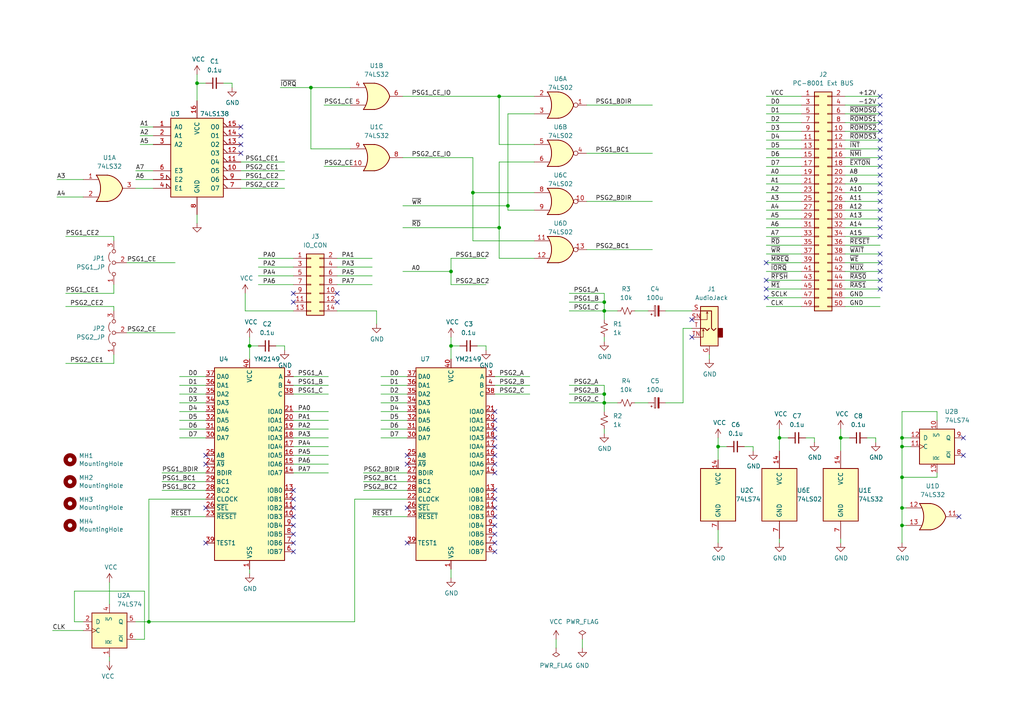
<source format=kicad_sch>
(kicad_sch (version 20230121) (generator eeschema)
  (paper "A4")
  (title_block (title "PSG Board for PC-8001") (date "2023-12-23") (rev "1") (company "KUNI-NET") (comment 1 "GSX8800風PC-8001用PSGボード"))
  (lib_symbols
    (symbol "74xx:74LS02" (pin_names (offset 1.016))
      (property "Reference" "U" (at 0 1.27 0))
      (property "Value" "74LS02" (at 0 -1.27 0))
      (symbol "74LS02_1_1"
        (pin output inverted (at 7.62 0 180) (length 3.81) (name "~") (number "1"))
        (pin input line (at -7.62 2.54 0) (length 4.318) (name "~") (number "2"))
        (pin input line (at -7.62 -2.54 0) (length 4.318) (name "~") (number "3"))
      )
      (symbol "74LS02_1_2"
        (pin output line (at 7.62 0 180) (length 3.81) (name "~") (number "1"))
        (pin input inverted (at -7.62 2.54 0) (length 3.81) (name "~") (number "2"))
        (pin input inverted (at -7.62 -2.54 0) (length 3.81) (name "~") (number "3"))
      )
      (symbol "74LS02_2_1"
        (pin output inverted (at 7.62 0 180) (length 3.81) (name "~") (number "4"))
        (pin input line (at -7.62 2.54 0) (length 4.318) (name "~") (number "5"))
        (pin input line (at -7.62 -2.54 0) (length 4.318) (name "~") (number "6"))
      )
      (symbol "74LS02_2_2"
        (pin output line (at 7.62 0 180) (length 3.81) (name "~") (number "4"))
        (pin input inverted (at -7.62 2.54 0) (length 3.81) (name "~") (number "5"))
        (pin input inverted (at -7.62 -2.54 0) (length 3.81) (name "~") (number "6"))
      )
      (symbol "74LS02_3_1"
        (pin output inverted (at 7.62 0 180) (length 3.81) (name "~") (number "10"))
        (pin input line (at -7.62 2.54 0) (length 4.318) (name "~") (number "8"))
        (pin input line (at -7.62 -2.54 0) (length 4.318) (name "~") (number "9"))
      )
      (symbol "74LS02_3_2"
        (pin output line (at 7.62 0 180) (length 3.81) (name "~") (number "10"))
        (pin input inverted (at -7.62 2.54 0) (length 3.81) (name "~") (number "8"))
        (pin input inverted (at -7.62 -2.54 0) (length 3.81) (name "~") (number "9"))
      )
      (symbol "74LS02_4_1"
        (pin input line (at -7.62 2.54 0) (length 4.318) (name "~") (number "11"))
        (pin input line (at -7.62 -2.54 0) (length 4.318) (name "~") (number "12"))
        (pin output inverted (at 7.62 0 180) (length 3.81) (name "~") (number "13"))
      )
      (symbol "74LS02_4_2"
        (pin input inverted (at -7.62 2.54 0) (length 3.81) (name "~") (number "11"))
        (pin input inverted (at -7.62 -2.54 0) (length 3.81) (name "~") (number "12"))
        (pin output line (at 7.62 0 180) (length 3.81) (name "~") (number "13"))
      )
      (symbol "74LS02_5_0"
        (pin power_in line (at 0 12.7 270) (length 5.08) (name "VCC") (number "14"))
        (pin power_in line (at 0 -12.7 90) (length 5.08) (name "GND") (number "7"))
      )
    )
    (symbol "74xx:74LS138" (pin_names (offset 1.016))
      (property "Reference" "U" (at -7.62 11.43 0))
      (property "Value" "74LS138" (at -7.62 -13.97 0))
      (symbol "74LS138_1_0"
        (pin input line (at -12.7 7.62 0) (length 5.08) (name "A0") (number "1"))
        (pin output output_low (at 12.7 -5.08 180) (length 5.08) (name "O5") (number "10"))
        (pin output output_low (at 12.7 -2.54 180) (length 5.08) (name "O4") (number "11"))
        (pin output output_low (at 12.7 0 180) (length 5.08) (name "O3") (number "12"))
        (pin output output_low (at 12.7 2.54 180) (length 5.08) (name "O2") (number "13"))
        (pin output output_low (at 12.7 5.08 180) (length 5.08) (name "O1") (number "14"))
        (pin output output_low (at 12.7 7.62 180) (length 5.08) (name "O0") (number "15"))
        (pin power_in line (at 0 15.24 270) (length 5.08) (name "VCC") (number "16"))
        (pin input line (at -12.7 5.08 0) (length 5.08) (name "A1") (number "2"))
        (pin input line (at -12.7 2.54 0) (length 5.08) (name "A2") (number "3"))
        (pin input input_low (at -12.7 -10.16 0) (length 5.08) (name "E1") (number "4"))
        (pin input input_low (at -12.7 -7.62 0) (length 5.08) (name "E2") (number "5"))
        (pin input line (at -12.7 -5.08 0) (length 5.08) (name "E3") (number "6"))
        (pin output output_low (at 12.7 -10.16 180) (length 5.08) (name "O7") (number "7"))
        (pin power_in line (at 0 -17.78 90) (length 5.08) (name "GND") (number "8"))
        (pin output output_low (at 12.7 -7.62 180) (length 5.08) (name "O6") (number "9"))
      )
    )
    (symbol "74xx:74LS32" (pin_names (offset 1.016))
      (property "Reference" "U" (at 0 1.27 0))
      (property "Value" "74LS32" (at 0 -1.27 0))
      (symbol "74LS32_1_1"
        (pin input line (at -7.62 2.54 0) (length 4.318) (name "~") (number "1"))
        (pin input line (at -7.62 -2.54 0) (length 4.318) (name "~") (number "2"))
        (pin output line (at 7.62 0 180) (length 3.81) (name "~") (number "3"))
      )
      (symbol "74LS32_1_2"
        (pin input inverted (at -7.62 2.54 0) (length 3.81) (name "~") (number "1"))
        (pin input inverted (at -7.62 -2.54 0) (length 3.81) (name "~") (number "2"))
        (pin output inverted (at 7.62 0 180) (length 3.81) (name "~") (number "3"))
      )
      (symbol "74LS32_2_1"
        (pin input line (at -7.62 2.54 0) (length 4.318) (name "~") (number "4"))
        (pin input line (at -7.62 -2.54 0) (length 4.318) (name "~") (number "5"))
        (pin output line (at 7.62 0 180) (length 3.81) (name "~") (number "6"))
      )
      (symbol "74LS32_2_2"
        (pin input inverted (at -7.62 2.54 0) (length 3.81) (name "~") (number "4"))
        (pin input inverted (at -7.62 -2.54 0) (length 3.81) (name "~") (number "5"))
        (pin output inverted (at 7.62 0 180) (length 3.81) (name "~") (number "6"))
      )
      (symbol "74LS32_3_1"
        (pin input line (at -7.62 -2.54 0) (length 4.318) (name "~") (number "10"))
        (pin output line (at 7.62 0 180) (length 3.81) (name "~") (number "8"))
        (pin input line (at -7.62 2.54 0) (length 4.318) (name "~") (number "9"))
      )
      (symbol "74LS32_3_2"
        (pin input inverted (at -7.62 -2.54 0) (length 3.81) (name "~") (number "10"))
        (pin output inverted (at 7.62 0 180) (length 3.81) (name "~") (number "8"))
        (pin input inverted (at -7.62 2.54 0) (length 3.81) (name "~") (number "9"))
      )
      (symbol "74LS32_4_1"
        (pin output line (at 7.62 0 180) (length 3.81) (name "~") (number "11"))
        (pin input line (at -7.62 2.54 0) (length 4.318) (name "~") (number "12"))
        (pin input line (at -7.62 -2.54 0) (length 4.318) (name "~") (number "13"))
      )
      (symbol "74LS32_4_2"
        (pin output inverted (at 7.62 0 180) (length 3.81) (name "~") (number "11"))
        (pin input inverted (at -7.62 2.54 0) (length 3.81) (name "~") (number "12"))
        (pin input inverted (at -7.62 -2.54 0) (length 3.81) (name "~") (number "13"))
      )
      (symbol "74LS32_5_0"
        (pin power_in line (at 0 12.7 270) (length 5.08) (name "VCC") (number "14"))
        (pin power_in line (at 0 -12.7 90) (length 5.08) (name "GND") (number "7"))
      )
    )
    (symbol "74xx:74LS74" (pin_names (offset 1.016))
      (property "Reference" "U" (at -7.62 8.89 0))
      (property "Value" "74LS74" (at -7.62 -8.89 0))
      (symbol "74LS74_1_0"
        (pin input line (at 0 -7.62 90) (length 2.54) (name "~{R}") (number "1"))
        (pin input line (at -7.62 2.54 0) (length 2.54) (name "D") (number "2"))
        (pin input clock (at -7.62 0 0) (length 2.54) (name "C") (number "3"))
        (pin input line (at 0 7.62 270) (length 2.54) (name "~{S}") (number "4"))
        (pin output line (at 7.62 2.54 180) (length 2.54) (name "Q") (number "5"))
        (pin output line (at 7.62 -2.54 180) (length 2.54) (name "~{Q}") (number "6"))
      )
      (symbol "74LS74_2_0"
        (pin input line (at 0 7.62 270) (length 2.54) (name "~{S}") (number "10"))
        (pin input clock (at -7.62 0 0) (length 2.54) (name "C") (number "11"))
        (pin input line (at -7.62 2.54 0) (length 2.54) (name "D") (number "12"))
        (pin input line (at 0 -7.62 90) (length 2.54) (name "~{R}") (number "13"))
        (pin output line (at 7.62 -2.54 180) (length 2.54) (name "~{Q}") (number "8"))
        (pin output line (at 7.62 2.54 180) (length 2.54) (name "Q") (number "9"))
      )
      (symbol "74LS74_3_0"
        (pin power_in line (at 0 10.16 270) (length 2.54) (name "VCC") (number "14"))
        (pin power_in line (at 0 -10.16 90) (length 2.54) (name "GND") (number "7"))
      )
    )
    (symbol "Audio:YM2149"
      (property "Reference" "U" (at -10.16 29.21 0))
      (property "Value" "YM2149" (at 3.81 29.21 0))
      (symbol "YM2149_1_1"
        (pin power_in line (at 0 -30.48 90) (length 2.54) (name "VSS") (number "1"))
        (pin bidirectional line (at 12.7 -15.24 180) (length 2.54) (name "IOB3") (number "10"))
        (pin bidirectional line (at 12.7 -12.7 180) (length 2.54) (name "IOB2") (number "11"))
        (pin bidirectional line (at 12.7 -10.16 180) (length 2.54) (name "IOB1") (number "12"))
        (pin bidirectional line (at 12.7 -7.62 180) (length 2.54) (name "IOB0") (number "13"))
        (pin bidirectional line (at 12.7 -2.54 180) (length 2.54) (name "IOA7") (number "14"))
        (pin bidirectional line (at 12.7 0 180) (length 2.54) (name "IOA6") (number "15"))
        (pin bidirectional line (at 12.7 2.54 180) (length 2.54) (name "IOA5") (number "16"))
        (pin bidirectional line (at 12.7 5.08 180) (length 2.54) (name "IOA4") (number "17"))
        (pin bidirectional line (at 12.7 7.62 180) (length 2.54) (name "IOA3") (number "18"))
        (pin bidirectional line (at 12.7 10.16 180) (length 2.54) (name "IOA2") (number "19"))
        (pin no_connect line (at -10.16 -17.78 0) (length 2.54) hide (name "NC") (number "2"))
        (pin bidirectional line (at 12.7 12.7 180) (length 2.54) (name "IOA1") (number "20"))
        (pin bidirectional line (at 12.7 15.24 180) (length 2.54) (name "IOA0") (number "21"))
        (pin input line (at -12.7 -10.16 0) (length 2.54) (name "CLOCK") (number "22"))
        (pin input line (at -12.7 -15.24 0) (length 2.54) (name "~{RESET}") (number "23"))
        (pin input line (at -12.7 0 0) (length 2.54) (name "~{A9}") (number "24"))
        (pin input line (at -12.7 2.54 0) (length 2.54) (name "A8") (number "25"))
        (pin input line (at -12.7 -12.7 0) (length 2.54) (name "~{SEL}") (number "26"))
        (pin input line (at -12.7 -2.54 0) (length 2.54) (name "BDIR") (number "27"))
        (pin input line (at -12.7 -7.62 0) (length 2.54) (name "BC2") (number "28"))
        (pin input line (at -12.7 -5.08 0) (length 2.54) (name "BC1") (number "29"))
        (pin output line (at 12.7 25.4 180) (length 2.54) (name "A") (number "3"))
        (pin bidirectional line (at -12.7 7.62 0) (length 2.54) (name "DA7") (number "30"))
        (pin bidirectional line (at -12.7 10.16 0) (length 2.54) (name "DA6") (number "31"))
        (pin bidirectional line (at -12.7 12.7 0) (length 2.54) (name "DA5") (number "32"))
        (pin bidirectional line (at -12.7 15.24 0) (length 2.54) (name "DA4") (number "33"))
        (pin bidirectional line (at -12.7 17.78 0) (length 2.54) (name "DA3") (number "34"))
        (pin bidirectional line (at -12.7 20.32 0) (length 2.54) (name "DA2") (number "35"))
        (pin bidirectional line (at -12.7 22.86 0) (length 2.54) (name "DA1") (number "36"))
        (pin bidirectional line (at -12.7 25.4 0) (length 2.54) (name "DA0") (number "37"))
        (pin output line (at 12.7 20.32 180) (length 2.54) (name "C") (number "38"))
        (pin passive line (at -12.7 -22.86 0) (length 2.54) (name "TEST1") (number "39"))
        (pin output line (at 12.7 22.86 180) (length 2.54) (name "B") (number "4"))
        (pin power_in line (at 0 30.48 270) (length 2.54) (name "VCC") (number "40"))
        (pin no_connect line (at -10.16 -20.32 0) (length 2.54) hide (name "NC") (number "5"))
        (pin bidirectional line (at 12.7 -25.4 180) (length 2.54) (name "IOB7") (number "6"))
        (pin bidirectional line (at 12.7 -22.86 180) (length 2.54) (name "IOB6") (number "7"))
        (pin bidirectional line (at 12.7 -20.32 180) (length 2.54) (name "IOB5") (number "8"))
        (pin bidirectional line (at 12.7 -17.78 180) (length 2.54) (name "IOB4") (number "9"))
      )
    )
    (symbol "Connector_Audio:AudioJack2_Ground_Switch"
      (property "Reference" "J" (at 0 11.43 0))
      (property "Value" "AudioJack2_Ground_Switch" (at 0 8.89 0))
      (symbol "AudioJack2_Ground_Switch_1_1"
        (pin passive line (at 0 -7.62 90) (length 2.54) (name "~") (number "G"))
        (pin passive line (at 5.08 5.08 180) (length 2.54) (name "~") (number "S"))
        (pin passive line (at 5.08 2.54 180) (length 2.54) (name "~") (number "SN"))
        (pin passive line (at 5.08 0 180) (length 2.54) (name "~") (number "T"))
        (pin passive line (at 5.08 -2.54 180) (length 2.54) (name "~") (number "TN"))
      )
    )
    (symbol "Connector_Generic:Conn_02x07_Odd_Even" (pin_names (offset 1.016) hide)
      (property "Reference" "J" (at 1.27 10.16 0))
      (property "Value" "Conn_02x07_Odd_Even" (at 1.27 -10.16 0))
      (symbol "Conn_02x07_Odd_Even_1_1"
        (pin passive line (at -5.08 7.62 0) (length 3.81) (name "Pin_1") (number "1"))
        (pin passive line (at 7.62 -2.54 180) (length 3.81) (name "Pin_10") (number "10"))
        (pin passive line (at -5.08 -5.08 0) (length 3.81) (name "Pin_11") (number "11"))
        (pin passive line (at 7.62 -5.08 180) (length 3.81) (name "Pin_12") (number "12"))
        (pin passive line (at -5.08 -7.62 0) (length 3.81) (name "Pin_13") (number "13"))
        (pin passive line (at 7.62 -7.62 180) (length 3.81) (name "Pin_14") (number "14"))
        (pin passive line (at 7.62 7.62 180) (length 3.81) (name "Pin_2") (number "2"))
        (pin passive line (at -5.08 5.08 0) (length 3.81) (name "Pin_3") (number "3"))
        (pin passive line (at 7.62 5.08 180) (length 3.81) (name "Pin_4") (number "4"))
        (pin passive line (at -5.08 2.54 0) (length 3.81) (name "Pin_5") (number "5"))
        (pin passive line (at 7.62 2.54 180) (length 3.81) (name "Pin_6") (number "6"))
        (pin passive line (at -5.08 0 0) (length 3.81) (name "Pin_7") (number "7"))
        (pin passive line (at 7.62 0 180) (length 3.81) (name "Pin_8") (number "8"))
        (pin passive line (at -5.08 -2.54 0) (length 3.81) (name "Pin_9") (number "9"))
      )
    )
    (symbol "Connector_Generic:Conn_02x25_Odd_Even" (pin_names (offset 1.016) hide)
      (property "Reference" "J" (at 1.27 33.02 0))
      (property "Value" "Conn_02x25_Odd_Even" (at 1.27 -33.02 0))
      (symbol "Conn_02x25_Odd_Even_1_1"
        (pin passive line (at -5.08 30.48 0) (length 3.81) (name "Pin_1") (number "1"))
        (pin passive line (at 7.62 20.32 180) (length 3.81) (name "Pin_10") (number "10"))
        (pin passive line (at -5.08 17.78 0) (length 3.81) (name "Pin_11") (number "11"))
        (pin passive line (at 7.62 17.78 180) (length 3.81) (name "Pin_12") (number "12"))
        (pin passive line (at -5.08 15.24 0) (length 3.81) (name "Pin_13") (number "13"))
        (pin passive line (at 7.62 15.24 180) (length 3.81) (name "Pin_14") (number "14"))
        (pin passive line (at -5.08 12.7 0) (length 3.81) (name "Pin_15") (number "15"))
        (pin passive line (at 7.62 12.7 180) (length 3.81) (name "Pin_16") (number "16"))
        (pin passive line (at -5.08 10.16 0) (length 3.81) (name "Pin_17") (number "17"))
        (pin passive line (at 7.62 10.16 180) (length 3.81) (name "Pin_18") (number "18"))
        (pin passive line (at -5.08 7.62 0) (length 3.81) (name "Pin_19") (number "19"))
        (pin passive line (at 7.62 30.48 180) (length 3.81) (name "Pin_2") (number "2"))
        (pin passive line (at 7.62 7.62 180) (length 3.81) (name "Pin_20") (number "20"))
        (pin passive line (at -5.08 5.08 0) (length 3.81) (name "Pin_21") (number "21"))
        (pin passive line (at 7.62 5.08 180) (length 3.81) (name "Pin_22") (number "22"))
        (pin passive line (at -5.08 2.54 0) (length 3.81) (name "Pin_23") (number "23"))
        (pin passive line (at 7.62 2.54 180) (length 3.81) (name "Pin_24") (number "24"))
        (pin passive line (at -5.08 0 0) (length 3.81) (name "Pin_25") (number "25"))
        (pin passive line (at 7.62 0 180) (length 3.81) (name "Pin_26") (number "26"))
        (pin passive line (at -5.08 -2.54 0) (length 3.81) (name "Pin_27") (number "27"))
        (pin passive line (at 7.62 -2.54 180) (length 3.81) (name "Pin_28") (number "28"))
        (pin passive line (at -5.08 -5.08 0) (length 3.81) (name "Pin_29") (number "29"))
        (pin passive line (at -5.08 27.94 0) (length 3.81) (name "Pin_3") (number "3"))
        (pin passive line (at 7.62 -5.08 180) (length 3.81) (name "Pin_30") (number "30"))
        (pin passive line (at -5.08 -7.62 0) (length 3.81) (name "Pin_31") (number "31"))
        (pin passive line (at 7.62 -7.62 180) (length 3.81) (name "Pin_32") (number "32"))
        (pin passive line (at -5.08 -10.16 0) (length 3.81) (name "Pin_33") (number "33"))
        (pin passive line (at 7.62 -10.16 180) (length 3.81) (name "Pin_34") (number "34"))
        (pin passive line (at -5.08 -12.7 0) (length 3.81) (name "Pin_35") (number "35"))
        (pin passive line (at 7.62 -12.7 180) (length 3.81) (name "Pin_36") (number "36"))
        (pin passive line (at -5.08 -15.24 0) (length 3.81) (name "Pin_37") (number "37"))
        (pin passive line (at 7.62 -15.24 180) (length 3.81) (name "Pin_38") (number "38"))
        (pin passive line (at -5.08 -17.78 0) (length 3.81) (name "Pin_39") (number "39"))
        (pin passive line (at 7.62 27.94 180) (length 3.81) (name "Pin_4") (number "4"))
        (pin passive line (at 7.62 -17.78 180) (length 3.81) (name "Pin_40") (number "40"))
        (pin passive line (at -5.08 -20.32 0) (length 3.81) (name "Pin_41") (number "41"))
        (pin passive line (at 7.62 -20.32 180) (length 3.81) (name "Pin_42") (number "42"))
        (pin passive line (at -5.08 -22.86 0) (length 3.81) (name "Pin_43") (number "43"))
        (pin passive line (at 7.62 -22.86 180) (length 3.81) (name "Pin_44") (number "44"))
        (pin passive line (at -5.08 -25.4 0) (length 3.81) (name "Pin_45") (number "45"))
        (pin passive line (at 7.62 -25.4 180) (length 3.81) (name "Pin_46") (number "46"))
        (pin passive line (at -5.08 -27.94 0) (length 3.81) (name "Pin_47") (number "47"))
        (pin passive line (at 7.62 -27.94 180) (length 3.81) (name "Pin_48") (number "48"))
        (pin passive line (at -5.08 -30.48 0) (length 3.81) (name "Pin_49") (number "49"))
        (pin passive line (at -5.08 25.4 0) (length 3.81) (name "Pin_5") (number "5"))
        (pin passive line (at 7.62 -30.48 180) (length 3.81) (name "Pin_50") (number "50"))
        (pin passive line (at 7.62 25.4 180) (length 3.81) (name "Pin_6") (number "6"))
        (pin passive line (at -5.08 22.86 0) (length 3.81) (name "Pin_7") (number "7"))
        (pin passive line (at 7.62 22.86 180) (length 3.81) (name "Pin_8") (number "8"))
        (pin passive line (at -5.08 20.32 0) (length 3.81) (name "Pin_9") (number "9"))
      )
    )
    (symbol "Device:C_Polarized_Small" (pin_numbers hide) (pin_names (offset 0.254) hide)
      (property "Reference" "C" (at 0.254 1.778 0))
      (property "Value" "C_Polarized_Small" (at 0.254 -2.032 0))
      (symbol "C_Polarized_Small_1_1"
        (pin passive line (at 0 2.54 270) (length 1.8542) (name "~") (number "1"))
        (pin passive line (at 0 -2.54 90) (length 1.8542) (name "~") (number "2"))
      )
    )
    (symbol "Device:C_Small" (pin_numbers hide) (pin_names (offset 0.254) hide)
      (property "Reference" "C" (at 0.254 1.778 0))
      (property "Value" "C_Small" (at 0.254 -2.032 0))
      (symbol "C_Small_1_1"
        (pin passive line (at 0 2.54 270) (length 2.032) (name "~") (number "1"))
        (pin passive line (at 0 -2.54 90) (length 2.032) (name "~") (number "2"))
      )
    )
    (symbol "Device:R_Small_US" (pin_numbers hide) (pin_names (offset 0.254) hide)
      (property "Reference" "R" (at 0.762 0.508 0))
      (property "Value" "R_Small_US" (at 0.762 -1.016 0))
      (symbol "R_Small_US_1_1"
        (pin passive line (at 0 2.54 270) (length 1.016) (name "~") (number "1"))
        (pin passive line (at 0 -2.54 90) (length 1.016) (name "~") (number "2"))
      )
    )
    (symbol "GND_1" (power) (pin_names (offset 0))
      (property "Value" "GND_1" (at 0 -3.81 0))
      (symbol "GND_1_1_1"
        (pin power_in line (at 0 0 270) (length 0) hide (name "GND") (number "1"))
      )
    )
    (symbol "Jumper:Jumper_3_Open" (pin_names (offset 0) hide)
      (property "Reference" "JP" (at -2.54 -2.54 0))
      (property "Value" "Jumper_3_Open" (at 0 2.794 0))
      (symbol "Jumper_3_Open_1_1"
        (pin passive line (at -6.35 0 0) (length 2.54) (name "A") (number "1"))
        (pin passive line (at 0 -3.81 90) (length 2.54) (name "C") (number "2"))
        (pin passive line (at 6.35 0 180) (length 2.54) (name "B") (number "3"))
      )
    )
    (symbol "Mechanical:MountingHole" (pin_names (offset 1.016))
      (property "Reference" "H" (at 0 5.08 0))
      (property "Value" "MountingHole" (at 0 3.175 0))
    )
    (symbol "VCC_1" (power) (pin_names (offset 0))
      (property "Value" "VCC_1" (at 0 3.81 0))
      (symbol "VCC_1_1_1"
        (pin power_in line (at 0 0 90) (length 0) hide (name "VCC") (number "1"))
      )
    )
    (symbol "power:GND" (power) (pin_names (offset 0))
      (property "Value" "GND" (at 0 -3.81 0))
      (symbol "GND_1_1"
        (pin power_in line (at 0 0 270) (length 0) hide (name "GND") (number "1"))
      )
    )
    (symbol "power:PWR_FLAG" (power) (pin_numbers hide) (pin_names (offset 0) hide)
      (property "Value" "PWR_FLAG" (at 0 3.81 0))
      (symbol "PWR_FLAG_0_0"
        (pin power_out line (at 0 0 90) (length 0) (name "pwr") (number "1"))
      )
    )
    (symbol "power:VCC" (power) (pin_names (offset 0))
      (property "Value" "VCC" (at 0 3.81 0))
      (symbol "VCC_1_1"
        (pin power_in line (at 0 0 90) (length 0) hide (name "VCC") (number "1"))
      )
    )
  )
  (junction (at 243.84 127))
  (junction (at 175.26 87.63))
  (junction (at 144.78 66.04))
  (junction (at 208.28 129.54))
  (junction (at 90.17 25.4))
  (junction (at 147.32 59.69))
  (junction (at 261.62 138.43))
  (junction (at 130.81 100.33))
  (junction (at 261.62 127))
  (junction (at 57.15 24.13))
  (junction (at 261.62 129.54))
  (junction (at 175.26 90.17))
  (junction (at 175.26 114.3))
  (junction (at 226.06 127))
  (junction (at 261.62 147.32))
  (junction (at 43.18 180.34))
  (junction (at 261.62 152.4))
  (junction (at 130.81 78.74))
  (junction (at 137.16 55.88))
  (junction (at 175.26 116.84))
  (junction (at 72.39 100.33))
  (junction (at 144.78 27.94))
  (no_connect (at 255.27 30.48))
  (no_connect (at 255.27 55.88))
  (no_connect (at 143.51 119.38))
  (no_connect (at 118.11 147.32))
  (no_connect (at 143.51 152.4))
  (no_connect (at 255.27 83.82))
  (no_connect (at 118.11 132.08))
  (no_connect (at 255.27 78.74))
  (no_connect (at 143.51 157.48))
  (no_connect (at 255.27 45.72))
  (no_connect (at 255.27 33.02))
  (no_connect (at 69.85 44.45))
  (no_connect (at 85.09 160.02))
  (no_connect (at 255.27 38.1))
  (no_connect (at 222.25 76.2))
  (no_connect (at 97.79 85.09))
  (no_connect (at 143.51 154.94))
  (no_connect (at 69.85 39.37))
  (no_connect (at 143.51 142.24))
  (no_connect (at 85.09 87.63))
  (no_connect (at 143.51 149.86))
  (no_connect (at 222.25 81.28))
  (no_connect (at 255.27 60.96))
  (no_connect (at 143.51 121.92))
  (no_connect (at 279.4 132.08))
  (no_connect (at 255.27 40.64))
  (no_connect (at 85.09 144.78))
  (no_connect (at 255.27 53.34))
  (no_connect (at 143.51 134.62))
  (no_connect (at 118.11 134.62))
  (no_connect (at 255.27 66.04))
  (no_connect (at 69.85 36.83))
  (no_connect (at 85.09 147.32))
  (no_connect (at 255.27 76.2))
  (no_connect (at 278.13 149.86))
  (no_connect (at 143.51 147.32))
  (no_connect (at 85.09 152.4))
  (no_connect (at 255.27 35.56))
  (no_connect (at 255.27 43.18))
  (no_connect (at 255.27 68.58))
  (no_connect (at 222.25 83.82))
  (no_connect (at 59.69 157.48))
  (no_connect (at 255.27 48.26))
  (no_connect (at 118.11 157.48))
  (no_connect (at 279.4 127))
  (no_connect (at 255.27 63.5))
  (no_connect (at 85.09 85.09))
  (no_connect (at 255.27 58.42))
  (no_connect (at 200.66 97.79))
  (no_connect (at 255.27 73.66))
  (no_connect (at 255.27 27.94))
  (no_connect (at 85.09 154.94))
  (no_connect (at 59.69 147.32))
  (no_connect (at 255.27 50.8))
  (no_connect (at 222.25 86.36))
  (no_connect (at 255.27 81.28))
  (no_connect (at 143.51 127))
  (no_connect (at 97.79 87.63))
  (no_connect (at 59.69 132.08))
  (no_connect (at 85.09 142.24))
  (no_connect (at 85.09 149.86))
  (no_connect (at 69.85 41.91))
  (no_connect (at 85.09 157.48))
  (no_connect (at 143.51 144.78))
  (no_connect (at 143.51 160.02))
  (no_connect (at 200.66 92.71))
  (no_connect (at 143.51 132.08))
  (no_connect (at 143.51 137.16))
  (no_connect (at 143.51 124.46))
  (no_connect (at 143.51 129.54))
  (no_connect (at 59.69 134.62))
  (wire (pts (xy 69.85 46.99) (xy 82.55 46.99)))
  (wire (pts (xy 36.83 76.2) (xy 50.8 76.2)))
  (wire (pts (xy 245.11 27.94) (xy 255.27 27.94)))
  (wire (pts (xy 245.11 83.82) (xy 255.27 83.82)))
  (wire (pts (xy 170.18 72.39) (xy 189.23 72.39)))
  (wire (pts (xy 40.64 36.83) (xy 44.45 36.83)))
  (wire (pts (xy 143.51 109.22) (xy 153.67 109.22)))
  (wire (pts (xy 110.49 111.76) (xy 118.11 111.76)))
  (wire (pts (xy 208.28 127) (xy 208.28 129.54)))
  (wire (pts (xy 130.81 78.74) (xy 130.81 82.55)))
  (wire (pts (xy 36.83 96.52) (xy 50.8 96.52)))
  (wire (pts (xy 222.25 73.66) (xy 232.41 73.66)))
  (wire (pts (xy 97.79 82.55) (xy 107.95 82.55)))
  (wire (pts (xy 245.11 86.36) (xy 255.27 86.36)))
  (wire (pts (xy 43.18 180.34) (xy 39.37 180.34)))
  (wire (pts (xy 168.91 185.42) (xy 168.91 187.96)))
  (wire (pts (xy 165.1 90.17) (xy 175.26 90.17)))
  (wire (pts (xy 222.25 66.04) (xy 232.41 66.04)))
  (wire (pts (xy 245.11 33.02) (xy 255.27 33.02)))
  (wire (pts (xy 245.11 45.72) (xy 255.27 45.72)))
  (wire (pts (xy 233.68 127) (xy 236.22 127)))
  (wire (pts (xy 137.16 45.72) (xy 137.16 55.88)))
  (wire (pts (xy 165.1 114.3) (xy 175.26 114.3)))
  (wire (pts (xy 33.02 68.58) (xy 33.02 69.85)))
  (wire (pts (xy 245.11 60.96) (xy 255.27 60.96)))
  (wire (pts (xy 85.09 114.3) (xy 95.25 114.3)))
  (wire (pts (xy 46.99 142.24) (xy 59.69 142.24)))
  (wire (pts (xy 222.25 88.9) (xy 232.41 88.9)))
  (wire (pts (xy 264.16 127) (xy 261.62 127)))
  (wire (pts (xy 46.99 139.7) (xy 59.69 139.7)))
  (wire (pts (xy 97.79 80.01) (xy 107.95 80.01)))
  (wire (pts (xy 105.41 142.24) (xy 118.11 142.24)))
  (wire (pts (xy 130.81 97.79) (xy 130.81 100.33)))
  (wire (pts (xy 144.78 66.04) (xy 144.78 74.93)))
  (wire (pts (xy 116.84 78.74) (xy 130.81 78.74)))
  (wire (pts (xy 245.11 48.26) (xy 255.27 48.26)))
  (wire (pts (xy 245.11 58.42) (xy 255.27 58.42)))
  (wire (pts (xy 137.16 55.88) (xy 154.94 55.88)))
  (wire (pts (xy 74.93 82.55) (xy 85.09 82.55)))
  (wire (pts (xy 198.12 116.84) (xy 198.12 95.25)))
  (wire (pts (xy 85.09 119.38) (xy 95.25 119.38)))
  (wire (pts (xy 85.09 111.76) (xy 95.25 111.76)))
  (wire (pts (xy 19.05 105.41) (xy 33.02 105.41)))
  (wire (pts (xy 72.39 165.1) (xy 72.39 166.37)))
  (wire (pts (xy 208.28 153.67) (xy 208.28 157.48)))
  (wire (pts (xy 85.09 124.46) (xy 95.25 124.46)))
  (wire (pts (xy 226.06 124.46) (xy 226.06 127)))
  (wire (pts (xy 41.91 185.42) (xy 39.37 185.42)))
  (wire (pts (xy 222.25 58.42) (xy 232.41 58.42)))
  (wire (pts (xy 110.49 116.84) (xy 118.11 116.84)))
  (wire (pts (xy 147.32 60.96) (xy 154.94 60.96)))
  (wire (pts (xy 39.37 54.61) (xy 44.45 54.61)))
  (wire (pts (xy 130.81 74.93) (xy 140.97 74.93)))
  (wire (pts (xy 52.07 116.84) (xy 59.69 116.84)))
  (wire (pts (xy 222.25 68.58) (xy 232.41 68.58)))
  (wire (pts (xy 105.41 137.16) (xy 118.11 137.16)))
  (wire (pts (xy 184.15 116.84) (xy 187.96 116.84)))
  (wire (pts (xy 57.15 24.13) (xy 57.15 29.21)))
  (wire (pts (xy 245.11 73.66) (xy 255.27 73.66)))
  (wire (pts (xy 138.43 100.33) (xy 140.97 100.33)))
  (wire (pts (xy 208.28 129.54) (xy 208.28 133.35)))
  (wire (pts (xy 74.93 77.47) (xy 85.09 77.47)))
  (wire (pts (xy 245.11 81.28) (xy 255.27 81.28)))
  (wire (pts (xy 271.78 138.43) (xy 261.62 138.43)))
  (wire (pts (xy 165.1 87.63) (xy 175.26 87.63)))
  (wire (pts (xy 116.84 27.94) (xy 144.78 27.94)))
  (wire (pts (xy 85.09 127) (xy 95.25 127)))
  (wire (pts (xy 41.91 171.45) (xy 41.91 185.42)))
  (wire (pts (xy 85.09 132.08) (xy 95.25 132.08)))
  (wire (pts (xy 52.07 119.38) (xy 59.69 119.38)))
  (wire (pts (xy 130.81 100.33) (xy 130.81 104.14)))
  (wire (pts (xy 222.25 27.94) (xy 232.41 27.94)))
  (wire (pts (xy 245.11 43.18) (xy 255.27 43.18)))
  (wire (pts (xy 82.55 100.33) (xy 82.55 101.6)))
  (wire (pts (xy 130.81 100.33) (xy 133.35 100.33)))
  (wire (pts (xy 39.37 52.07) (xy 44.45 52.07)))
  (wire (pts (xy 198.12 95.25) (xy 200.66 95.25)))
  (wire (pts (xy 40.64 41.91) (xy 44.45 41.91)))
  (wire (pts (xy 24.13 180.34) (xy 21.59 180.34)))
  (wire (pts (xy 165.1 111.76) (xy 175.26 111.76)))
  (wire (pts (xy 222.25 30.48) (xy 232.41 30.48)))
  (wire (pts (xy 261.62 152.4) (xy 261.62 157.48)))
  (wire (pts (xy 143.51 114.3) (xy 153.67 114.3)))
  (wire (pts (xy 19.05 88.9) (xy 33.02 88.9)))
  (wire (pts (xy 222.25 55.88) (xy 232.41 55.88)))
  (wire (pts (xy 175.26 87.63) (xy 175.26 90.17)))
  (wire (pts (xy 175.26 90.17) (xy 175.26 92.71)))
  (wire (pts (xy 226.06 127) (xy 228.6 127)))
  (wire (pts (xy 93.98 48.26) (xy 101.6 48.26)))
  (wire (pts (xy 222.25 48.26) (xy 232.41 48.26)))
  (wire (pts (xy 251.46 127) (xy 254 127)))
  (wire (pts (xy 147.32 59.69) (xy 147.32 60.96)))
  (wire (pts (xy 85.09 109.22) (xy 95.25 109.22)))
  (wire (pts (xy 102.87 144.78) (xy 118.11 144.78)))
  (wire (pts (xy 144.78 66.04) (xy 144.78 46.99)))
  (wire (pts (xy 261.62 138.43) (xy 261.62 147.32)))
  (wire (pts (xy 15.24 182.88) (xy 24.13 182.88)))
  (wire (pts (xy 97.79 74.93) (xy 107.95 74.93)))
  (wire (pts (xy 245.11 88.9) (xy 255.27 88.9)))
  (wire (pts (xy 245.11 76.2) (xy 255.27 76.2)))
  (wire (pts (xy 222.25 63.5) (xy 232.41 63.5)))
  (wire (pts (xy 170.18 30.48) (xy 189.23 30.48)))
  (wire (pts (xy 261.62 129.54) (xy 261.62 138.43)))
  (wire (pts (xy 165.1 116.84) (xy 175.26 116.84)))
  (wire (pts (xy 57.15 62.23) (xy 57.15 64.77)))
  (wire (pts (xy 109.22 90.17) (xy 109.22 93.98)))
  (wire (pts (xy 97.79 77.47) (xy 107.95 77.47)))
  (wire (pts (xy 72.39 100.33) (xy 74.93 100.33)))
  (wire (pts (xy 271.78 121.92) (xy 271.78 119.38)))
  (wire (pts (xy 245.11 35.56) (xy 255.27 35.56)))
  (wire (pts (xy 175.26 116.84) (xy 179.07 116.84)))
  (wire (pts (xy 140.97 100.33) (xy 140.97 101.6)))
  (wire (pts (xy 175.26 90.17) (xy 179.07 90.17)))
  (wire (pts (xy 261.62 152.4) (xy 262.89 152.4)))
  (wire (pts (xy 193.04 116.84) (xy 198.12 116.84)))
  (wire (pts (xy 254 127) (xy 254 128.27)))
  (wire (pts (xy 16.51 52.07) (xy 24.13 52.07)))
  (wire (pts (xy 243.84 156.21) (xy 243.84 157.48)))
  (wire (pts (xy 170.18 58.42) (xy 189.23 58.42)))
  (wire (pts (xy 245.11 68.58) (xy 255.27 68.58)))
  (wire (pts (xy 165.1 85.09) (xy 175.26 85.09)))
  (wire (pts (xy 245.11 71.12) (xy 255.27 71.12)))
  (wire (pts (xy 222.25 53.34) (xy 232.41 53.34)))
  (wire (pts (xy 110.49 127) (xy 118.11 127)))
  (wire (pts (xy 69.85 49.53) (xy 82.55 49.53)))
  (wire (pts (xy 71.12 85.09) (xy 71.12 90.17)))
  (wire (pts (xy 74.93 74.93) (xy 85.09 74.93)))
  (wire (pts (xy 85.09 134.62) (xy 95.25 134.62)))
  (wire (pts (xy 31.75 168.91) (xy 31.75 175.26)))
  (wire (pts (xy 222.25 43.18) (xy 232.41 43.18)))
  (wire (pts (xy 147.32 33.02) (xy 154.94 33.02)))
  (wire (pts (xy 144.78 41.91) (xy 154.94 41.91)))
  (wire (pts (xy 21.59 171.45) (xy 41.91 171.45)))
  (wire (pts (xy 137.16 55.88) (xy 137.16 69.85)))
  (wire (pts (xy 243.84 127) (xy 243.84 130.81)))
  (wire (pts (xy 52.07 114.3) (xy 59.69 114.3)))
  (wire (pts (xy 90.17 43.18) (xy 101.6 43.18)))
  (wire (pts (xy 130.81 165.1) (xy 130.81 167.64)))
  (wire (pts (xy 170.18 44.45) (xy 189.23 44.45)))
  (wire (pts (xy 144.78 74.93) (xy 154.94 74.93)))
  (wire (pts (xy 19.05 85.09) (xy 33.02 85.09)))
  (wire (pts (xy 39.37 49.53) (xy 44.45 49.53)))
  (wire (pts (xy 52.07 121.92) (xy 59.69 121.92)))
  (wire (pts (xy 93.98 30.48) (xy 101.6 30.48)))
  (wire (pts (xy 222.25 78.74) (xy 232.41 78.74)))
  (wire (pts (xy 110.49 124.46) (xy 118.11 124.46)))
  (wire (pts (xy 16.51 57.15) (xy 24.13 57.15)))
  (wire (pts (xy 245.11 66.04) (xy 255.27 66.04)))
  (wire (pts (xy 161.29 185.42) (xy 161.29 187.96)))
  (wire (pts (xy 69.85 54.61) (xy 82.55 54.61)))
  (wire (pts (xy 80.01 100.33) (xy 82.55 100.33)))
  (wire (pts (xy 226.06 127) (xy 226.06 130.81)))
  (wire (pts (xy 105.41 139.7) (xy 118.11 139.7)))
  (wire (pts (xy 222.25 60.96) (xy 232.41 60.96)))
  (wire (pts (xy 218.44 129.54) (xy 218.44 130.81)))
  (wire (pts (xy 90.17 25.4) (xy 101.6 25.4)))
  (wire (pts (xy 245.11 40.64) (xy 255.27 40.64)))
  (wire (pts (xy 271.78 137.16) (xy 271.78 138.43)))
  (wire (pts (xy 67.31 24.13) (xy 67.31 25.4)))
  (wire (pts (xy 130.81 78.74) (xy 130.81 74.93)))
  (wire (pts (xy 33.02 105.41) (xy 33.02 102.87)))
  (wire (pts (xy 110.49 121.92) (xy 118.11 121.92)))
  (wire (pts (xy 222.25 83.82) (xy 232.41 83.82)))
  (wire (pts (xy 245.11 38.1) (xy 255.27 38.1)))
  (wire (pts (xy 57.15 21.59) (xy 57.15 24.13)))
  (wire (pts (xy 222.25 76.2) (xy 232.41 76.2)))
  (wire (pts (xy 243.84 127) (xy 246.38 127)))
  (wire (pts (xy 175.26 111.76) (xy 175.26 114.3)))
  (wire (pts (xy 261.62 147.32) (xy 262.89 147.32)))
  (wire (pts (xy 57.15 24.13) (xy 59.69 24.13)))
  (wire (pts (xy 175.26 114.3) (xy 175.26 116.84)))
  (wire (pts (xy 97.79 90.17) (xy 109.22 90.17)))
  (wire (pts (xy 40.64 39.37) (xy 44.45 39.37)))
  (wire (pts (xy 147.32 59.69) (xy 147.32 33.02)))
  (wire (pts (xy 175.26 85.09) (xy 175.26 87.63)))
  (wire (pts (xy 222.25 81.28) (xy 232.41 81.28)))
  (wire (pts (xy 59.69 144.78) (xy 43.18 144.78)))
  (wire (pts (xy 245.11 78.74) (xy 255.27 78.74)))
  (wire (pts (xy 143.51 111.76) (xy 153.67 111.76)))
  (wire (pts (xy 116.84 59.69) (xy 147.32 59.69)))
  (wire (pts (xy 144.78 27.94) (xy 154.94 27.94)))
  (wire (pts (xy 46.99 137.16) (xy 59.69 137.16)))
  (wire (pts (xy 261.62 119.38) (xy 261.62 127)))
  (wire (pts (xy 222.25 35.56) (xy 232.41 35.56)))
  (wire (pts (xy 243.84 124.46) (xy 243.84 127)))
  (wire (pts (xy 90.17 25.4) (xy 90.17 43.18)))
  (wire (pts (xy 52.07 111.76) (xy 59.69 111.76)))
  (wire (pts (xy 52.07 127) (xy 59.69 127)))
  (wire (pts (xy 72.39 97.79) (xy 72.39 100.33)))
  (wire (pts (xy 144.78 46.99) (xy 154.94 46.99)))
  (wire (pts (xy 175.26 116.84) (xy 175.26 119.38)))
  (wire (pts (xy 245.11 53.34) (xy 255.27 53.34)))
  (wire (pts (xy 222.25 40.64) (xy 232.41 40.64)))
  (wire (pts (xy 264.16 129.54) (xy 261.62 129.54)))
  (wire (pts (xy 21.59 180.34) (xy 21.59 171.45)))
  (wire (pts (xy 71.12 90.17) (xy 85.09 90.17)))
  (wire (pts (xy 144.78 27.94) (xy 144.78 41.91)))
  (wire (pts (xy 222.25 38.1) (xy 232.41 38.1)))
  (wire (pts (xy 43.18 144.78) (xy 43.18 180.34)))
  (wire (pts (xy 261.62 127) (xy 261.62 129.54)))
  (wire (pts (xy 245.11 55.88) (xy 255.27 55.88)))
  (wire (pts (xy 245.11 63.5) (xy 255.27 63.5)))
  (wire (pts (xy 69.85 52.07) (xy 82.55 52.07)))
  (wire (pts (xy 81.28 25.4) (xy 90.17 25.4)))
  (wire (pts (xy 175.26 124.46) (xy 175.26 125.73)))
  (wire (pts (xy 110.49 109.22) (xy 118.11 109.22)))
  (wire (pts (xy 245.11 50.8) (xy 255.27 50.8)))
  (wire (pts (xy 137.16 69.85) (xy 154.94 69.85)))
  (wire (pts (xy 85.09 137.16) (xy 95.25 137.16)))
  (wire (pts (xy 261.62 147.32) (xy 261.62 152.4)))
  (wire (pts (xy 72.39 100.33) (xy 72.39 104.14)))
  (wire (pts (xy 43.18 180.34) (xy 102.87 180.34)))
  (wire (pts (xy 271.78 119.38) (xy 261.62 119.38)))
  (wire (pts (xy 33.02 88.9) (xy 33.02 90.17)))
  (wire (pts (xy 226.06 156.21) (xy 226.06 157.48)))
  (wire (pts (xy 222.25 45.72) (xy 232.41 45.72)))
  (wire (pts (xy 193.04 90.17) (xy 200.66 90.17)))
  (wire (pts (xy 215.9 129.54) (xy 218.44 129.54)))
  (wire (pts (xy 208.28 129.54) (xy 210.82 129.54)))
  (wire (pts (xy 222.25 33.02) (xy 232.41 33.02)))
  (wire (pts (xy 85.09 121.92) (xy 95.25 121.92)))
  (wire (pts (xy 116.84 45.72) (xy 137.16 45.72)))
  (wire (pts (xy 236.22 127) (xy 236.22 128.27)))
  (wire (pts (xy 245.11 30.48) (xy 255.27 30.48)))
  (wire (pts (xy 130.81 82.55) (xy 140.97 82.55)))
  (wire (pts (xy 205.74 102.87) (xy 205.74 104.14)))
  (wire (pts (xy 85.09 129.54) (xy 95.25 129.54)))
  (wire (pts (xy 222.25 71.12) (xy 232.41 71.12)))
  (wire (pts (xy 64.77 24.13) (xy 67.31 24.13)))
  (wire (pts (xy 116.84 66.04) (xy 144.78 66.04)))
  (wire (pts (xy 107.95 149.86) (xy 118.11 149.86)))
  (wire (pts (xy 52.07 109.22) (xy 59.69 109.22)))
  (wire (pts (xy 175.26 97.79) (xy 175.26 99.06)))
  (wire (pts (xy 222.25 50.8) (xy 232.41 50.8)))
  (wire (pts (xy 52.07 124.46) (xy 59.69 124.46)))
  (wire (pts (xy 31.75 190.5) (xy 31.75 191.77)))
  (wire (pts (xy 102.87 180.34) (xy 102.87 144.78)))
  (wire (pts (xy 74.93 80.01) (xy 85.09 80.01)))
  (wire (pts (xy 184.15 90.17) (xy 187.96 90.17)))
  (wire (pts (xy 19.05 68.58) (xy 33.02 68.58)))
  (wire (pts (xy 110.49 114.3) (xy 118.11 114.3)))
  (wire (pts (xy 49.53 149.86) (xy 59.69 149.86)))
  (wire (pts (xy 33.02 85.09) (xy 33.02 82.55)))
  (wire (pts (xy 110.49 119.38) (xy 118.11 119.38)))
  (wire (pts (xy 222.25 86.36) (xy 232.41 86.36)))
  (label "A2" (at 40.64 39.37 0))
  (label "PSG1_BC2" (at 132.08 74.93 0))
  (label "A12" (at 246.38 60.96 0))
  (label "PA6" (at 86.36 134.62 0))
  (label "PA3" (at 86.36 127 0))
  (label "PA2" (at 86.36 124.46 0))
  (label "PSG1_BDIR" (at 46.99 137.16 0))
  (label "PSG2_BDIR" (at 105.41 137.16 0))
  (label "GND" (at 246.38 86.36 0))
  (label "~{ROMDS0}" (at 246.38 33.02 0))
  (label "PA2" (at 76.2 77.47 0))
  (label "PSG1_CE1" (at 19.05 85.09 0))
  (label "A1" (at 40.64 36.83 0))
  (label "A8" (at 246.38 50.8 0))
  (label "~{WR}" (at 119.38 59.69 0))
  (label "D2" (at 54.61 114.3 0))
  (label "~{ROMDS2}" (at 246.38 38.1 0))
  (label "A1" (at 223.52 53.34 0))
  (label "PA1" (at 86.36 121.92 0))
  (label "PSG1_CE" (at 36.83 76.2 0))
  (label "PSG2_C" (at 166.37 116.84 0))
  (label "PSG2_A" (at 144.78 109.22 0))
  (label "D4" (at 223.52 40.64 0))
  (label "VCC" (at 223.52 27.94 0))
  (label "A4" (at 223.52 60.96 0))
  (label "PSG1_CE2" (at 19.05 68.58 0))
  (label "~{RESET}" (at 246.38 71.12 0))
  (label "PA1" (at 99.06 74.93 0))
  (label "D3" (at 113.03 116.84 0))
  (label "~{RESET}" (at 107.95 149.86 0))
  (label "PSG1_CE_IO" (at 119.38 27.94 0))
  (label "D0" (at 223.52 30.48 0))
  (label "~{M1}" (at 223.52 83.82 0))
  (label "A6" (at 39.37 52.07 0))
  (label "A3" (at 16.51 52.07 0))
  (label "D6" (at 113.03 124.46 0))
  (label "D6" (at 54.61 124.46 0))
  (label "~{RD}" (at 223.52 71.12 0))
  (label "A7" (at 39.37 49.53 0))
  (label "PSG2_CE_IO" (at 119.38 45.72 0))
  (label "PA4" (at 76.2 80.01 0))
  (label "A0" (at 119.38 78.74 0))
  (label "PSG1_A" (at 86.36 109.22 0))
  (label "~{RFSH}" (at 223.52 81.28 0))
  (label "PSG1_BC1" (at 46.99 139.7 0))
  (label "~{RAS1}" (at 246.38 83.82 0))
  (label "PSG1_C" (at 166.37 90.17 0))
  (label "PSG2_CE2" (at 20.32 88.9 0))
  (label "~{ROMDS3}" (at 246.38 40.64 0))
  (label "PSG2_C" (at 144.78 114.3 0))
  (label "PSG1_CE1" (at 71.12 46.99 0))
  (label "PSG1_CE" (at 93.98 30.48 0))
  (label "PA5" (at 86.36 132.08 0))
  (label "PSG2_B" (at 166.37 114.3 0))
  (label "D5" (at 54.61 121.92 0))
  (label "~{INT}" (at 246.38 43.18 0))
  (label "~{MUX}" (at 246.38 78.74 0))
  (label "A4" (at 16.51 57.15 0))
  (label "A5" (at 40.64 41.91 0))
  (label "D4" (at 54.61 119.38 0))
  (label "D5" (at 113.03 121.92 0))
  (label "A3" (at 223.52 58.42 0))
  (label "PSG1_A" (at 166.37 85.09 0))
  (label "~{IORQ}" (at 81.28 25.4 0))
  (label "~{NMI}" (at 246.38 45.72 0))
  (label "PSG2_CE" (at 93.98 48.26 0))
  (label "PSG2_A" (at 166.37 111.76 0))
  (label "D7" (at 54.61 127 0))
  (label "PSG2_BDIR" (at 172.72 58.42 0))
  (label "PSG1_BC2" (at 46.99 142.24 0))
  (label "D4" (at 113.03 119.38 0))
  (label "PSG2_BC1" (at 105.41 139.7 0))
  (label "PSG2_CE2" (at 71.12 54.61 0))
  (label "A5" (at 223.52 63.5 0))
  (label "D1" (at 223.52 33.02 0))
  (label "D5" (at 223.52 43.18 0))
  (label "D2" (at 223.52 35.56 0))
  (label "SCLK" (at 223.52 86.36 0))
  (label "PA5" (at 99.06 80.01 0))
  (label "D0" (at 54.61 109.22 0))
  (label "CLK" (at 223.52 88.9 0))
  (label "A14" (at 246.38 66.04 0))
  (label "PSG2_B" (at 144.78 111.76 0))
  (label "A10" (at 246.38 55.88 0))
  (label "PSG2_CE1" (at 71.12 49.53 0))
  (label "~{ROMDS1}" (at 246.38 35.56 0))
  (label "D7" (at 223.52 48.26 0))
  (label "PA0" (at 86.36 119.38 0))
  (label "~{RAS0}" (at 246.38 81.28 0))
  (label "PA0" (at 76.2 74.93 0))
  (label "PA6" (at 76.2 82.55 0))
  (label "A11" (at 246.38 58.42 0))
  (label "~{EXTON}" (at 246.38 48.26 0))
  (label "PSG2_BC1" (at 172.72 72.39 0))
  (label "PSG1_C" (at 86.36 114.3 0))
  (label "~{RESET}" (at 49.53 149.86 0))
  (label "PSG2_BC2" (at 132.08 82.55 0))
  (label "PSG1_B" (at 86.36 111.76 0))
  (label "~{IORQ}" (at 223.52 78.74 0))
  (label "~{RD}" (at 119.38 66.04 0))
  (label "PA4" (at 86.36 129.54 0))
  (label "A7" (at 223.52 68.58 0))
  (label "~{WR}" (at 223.52 73.66 0))
  (label "PSG2_CE1" (at 20.32 105.41 0))
  (label "GND" (at 246.38 88.9 0))
  (label "+12V" (at 248.92 27.94 0))
  (label "D1" (at 113.03 111.76 0))
  (label "A13" (at 246.38 63.5 0))
  (label "PSG1_B" (at 166.37 87.63 0))
  (label "PSG1_BC1" (at 172.72 44.45 0))
  (label "D1" (at 54.61 111.76 0))
  (label "CLK" (at 15.24 182.88 0))
  (label "A9" (at 246.38 53.34 0))
  (label "-12V" (at 248.92 30.48 0))
  (label "PSG1_CE2" (at 71.12 52.07 0))
  (label "D7" (at 113.03 127 0))
  (label "D0" (at 113.03 109.22 0))
  (label "D3" (at 54.61 116.84 0))
  (label "~{WAIT}" (at 246.38 73.66 0))
  (label "~{MREQ}" (at 223.52 76.2 0))
  (label "PSG1_BDIR" (at 172.72 30.48 0))
  (label "A15" (at 246.38 68.58 0))
  (label "A6" (at 223.52 66.04 0))
  (label "D2" (at 113.03 114.3 0))
  (label "PA3" (at 99.06 77.47 0))
  (label "A2" (at 223.52 55.88 0))
  (label "~{WE}" (at 246.38 76.2 0))
  (label "PA7" (at 86.36 137.16 0))
  (label "D3" (at 223.52 38.1 0))
  (label "PA7" (at 99.06 82.55 0))
  (label "A0" (at 223.52 50.8 0))
  (label "PSG2_CE" (at 36.83 96.52 0))
  (label "D6" (at 223.52 45.72 0))
  (label "PSG2_BC2" (at 105.41 142.24 0))
  (symbol (lib_id "74xx:74LS138") (at 57.15 44.45 0) (unit 1)
    (property "Reference" "U3" (at 50.8 33.02 0))
    (property "Value" "74LS138" (at 62.23 33.02 0))
    (property "Footprint" "Package_DIP:DIP-16_W7.62mm_Socket" (effects hide))
    (property "Datasheet" "http://www.ti.com/lit/gpn/sn74LS138" (effects hide))
  )
  (symbol (lib_id "power:VCC") (at 31.75 168.91 0) (unit 1)
    (property "Reference" "#PWR01" (effects hide))
    (property "Value" "VCC" (at 32.1818 164.5158 0))
  )
  (symbol (lib_id "power:VCC") (at 72.39 97.79 0) (unit 1)
    (property "Reference" "#PWR06" (effects hide))
    (property "Value" "VCC" (at 72.8218 93.3958 0))
  )
  (symbol (lib_id "power:GND") (at 72.39 166.37 0) (unit 1)
    (property "Reference" "#PWR07" (effects hide))
    (property "Value" "GND" (at 72.517 170.7642 0))
  )
  (symbol (lib_id "power:GND") (at 57.15 64.77 0) (unit 1)
    (property "Reference" "#PWR04" (effects hide))
    (property "Value" "GND" (effects hide))
  )
  (symbol (lib_id "power:GND") (at 261.62 157.48 0) (unit 1)
    (property "Reference" "#PWR026" (effects hide))
    (property "Value" "GND" (at 261.747 161.8742 0))
  )
  (symbol (lib_id "Mechanical:MountingHole") (at 20.32 133.35 0) (unit 1)
    (property "Reference" "MH1" (at 22.86 132.1816 0) (effects (justify left)))
    (property "Value" "MountingHole" (at 22.86 134.493 0) (effects (justify left)))
    (property "Footprint" "MountingHole:MountingHole_3.2mm_M3" (effects hide))
  )
  (symbol (lib_id "Mechanical:MountingHole") (at 20.32 139.7 0) (unit 1)
    (property "Reference" "MH2" (at 22.86 138.5316 0) (effects (justify left)))
    (property "Value" "MountingHole" (at 22.86 140.843 0) (effects (justify left)))
    (property "Footprint" "MountingHole:MountingHole_3.2mm_M3" (effects hide))
  )
  (symbol (lib_id "Mechanical:MountingHole") (at 20.32 146.05 0) (unit 1)
    (property "Reference" "MH3" (at 22.86 144.8816 0) (effects (justify left)))
    (property "Value" "MountingHole" (at 22.86 147.193 0) (effects (justify left)))
    (property "Footprint" "MountingHole:MountingHole_3.2mm_M3" (effects hide))
  )
  (symbol (lib_id "Mechanical:MountingHole") (at 20.32 152.4 0) (unit 1)
    (property "Reference" "MH4" (at 22.86 151.2316 0) (effects (justify left)))
    (property "Value" "MountingHole" (at 22.86 153.543 0) (effects (justify left)))
    (property "Footprint" "MountingHole:MountingHole_3.2mm_M3" (effects hide))
  )
  (symbol (lib_id "power:VCC") (at 31.75 191.77 180) (unit 1)
    (property "Reference" "#PWR02" (effects hide))
    (property "Value" "VCC" (at 31.3182 196.1642 0))
  )
  (symbol (lib_id "Connector_Audio:AudioJack2_Ground_Switch") (at 205.74 95.25 0) (mirror y) (unit 1)
    (property "Reference" "J1" (at 206.375 83.82 0))
    (property "Value" "AudioJack" (at 206.375 86.36 0))
    (property "Footprint" "AJ-1780:AJ-1780-2" (effects hide))
  )
  (symbol (lib_id "power:GND") (at 109.22 93.98 0) (unit 1)
    (property "Reference" "#PWR028" (effects hide))
    (property "Value" "GND" (at 109.347 98.3742 0))
  )
  (symbol (lib_id "power:GND") (at 226.06 157.48 0) (unit 1)
    (property "Reference" "#PWR021" (effects hide))
    (property "Value" "GND" (at 226.187 161.8742 0))
  )
  (symbol (lib_id "Device:R_Small_US") (at 175.26 121.92 180) (unit 1)
    (property "Reference" "R2" (at 177.8 120.65 0) (effects (justify right)))
    (property "Value" "1k" (at 177.8 123.19 0) (effects (justify right)))
    (property "Footprint" "Resistor_THT:R_Axial_DIN0207_L6.3mm_D2.5mm_P10.16mm_Horizontal" (effects hide))
  )
  (symbol (lib_id "Connector_Generic:Conn_02x07_Odd_Even") (at 90.17 82.55 0) (unit 1)
    (property "Reference" "J3" (at 91.44 68.58 0))
    (property "Value" "IO_CON" (at 91.44 71.12 0))
    (property "Footprint" "Connector_PinHeader_2.54mm:PinHeader_2x07_P2.54mm_Vertical" (effects hide))
  )
  (symbol (lib_id "power:VCC") (at 71.12 85.09 0) (unit 1)
    (property "Reference" "#PWR027" (effects hide))
    (property "Value" "VCC" (at 71.5518 80.6958 0))
  )
  (symbol (lib_id "74xx:74LS32") (at 31.75 54.61 0) (unit 1)
    (property "Reference" "U1" (at 31.75 45.72 0))
    (property "Value" "74LS32" (at 31.75 48.26 0))
    (property "Footprint" "Package_DIP:DIP-14_W7.62mm_Socket" (effects hide))
    (property "Datasheet" "http://www.ti.com/lit/gpn/sn74LS32" (effects hide))
  )
  (symbol (lib_id "Device:C_Polarized_Small") (at 190.5 116.84 90) (unit 1)
    (property "Reference" "C5" (at 189.9539 110.49 90))
    (property "Value" "100u" (at 189.9539 113.03 90))
    (property "Footprint" "Capacitor_THT:CP_Radial_D5.0mm_P2.50mm" (effects hide))
  )
  (symbol (lib_id "power:VCC") (at 243.84 124.46 0) (unit 1)
    (property "Reference" "#PWR023" (effects hide))
    (property "Value" "VCC" (at 244.2718 120.0658 0))
  )
  (symbol (lib_id "power:GND") (at 218.44 130.81 0) (unit 1)
    (property "Reference" "#PWR019" (effects hide))
    (property "Value" "GND" (at 218.567 135.2042 0))
  )
  (symbol (lib_id "power:GND") (at 130.81 167.64 0) (unit 1)
    (property "Reference" "#PWR010" (effects hide))
    (property "Value" "GND" (at 130.937 172.0342 0))
  )
  (symbol (lib_id "74xx:74LS74") (at 208.28 143.51 0) (unit 3)
    (property "Reference" "U2" (at 214.63 142.24 0) (effects (justify left)))
    (property "Value" "74LS74" (at 213.36 144.78 0) (effects (justify left)))
    (property "Footprint" "Package_DIP:DIP-14_W7.62mm_Socket" (effects hide))
    (property "Datasheet" "74xx/74hc_hct74.pdf" (effects hide))
  )
  (symbol (lib_id "Device:C_Polarized_Small") (at 190.5 90.17 90) (unit 1)
    (property "Reference" "C4" (at 189.9539 83.82 90))
    (property "Value" "100u" (at 189.9539 86.36 90))
    (property "Footprint" "Capacitor_THT:CP_Radial_D5.0mm_P2.50mm" (effects hide))
  )
  (symbol (lib_id "power:PWR_FLAG") (at 161.29 187.96 180) (unit 1)
    (property "Reference" "#FLG01" (effects hide))
    (property "Value" "PWR_FLAG" (at 161.29 193.04 0))
  )
  (symbol (lib_id "power:VCC") (at 57.15 21.59 0) (unit 1)
    (property "Reference" "#PWR03" (effects hide))
    (property "Value" "VCC" (at 57.5818 17.1958 0))
  )
  (symbol (lib_id "Device:C_Small") (at 248.92 127 90) (unit 1)
    (property "Reference" "C8" (at 248.9263 120.65 90))
    (property "Value" "0.1u" (at 248.9263 123.19 90))
    (property "Footprint" "Capacitor_THT:C_Disc_D3.0mm_W1.6mm_P2.50mm" (effects hide))
  )
  (symbol (lib_id "power:GND") (at 254 128.27 0) (unit 1)
    (property "Reference" "#PWR025" (effects hide))
    (property "Value" "GND" (at 254.127 132.6642 0))
  )
  (symbol (lib_name "VCC_1") (lib_id "power:VCC") (at 161.29 185.42 0) (unit 1)
    (property "Reference" "#PWR012" (effects hide))
    (property "Value" "VCC" (at 161.29 180.34 0))
  )
  (symbol (lib_id "power:GND") (at 205.74 104.14 0) (unit 1)
    (property "Reference" "#PWR016" (effects hide))
    (property "Value" "GND" (at 205.867 108.5342 0))
  )
  (symbol (lib_id "Device:R_Small_US") (at 181.61 116.84 90) (unit 1)
    (property "Reference" "R4" (at 181.61 110.49 90))
    (property "Value" "10k" (at 181.61 113.03 90))
    (property "Footprint" "Resistor_THT:R_Axial_DIN0207_L6.3mm_D2.5mm_P10.16mm_Horizontal" (effects hide))
  )
  (symbol (lib_id "power:GND") (at 208.28 157.48 0) (unit 1)
    (property "Reference" "#PWR018" (effects hide))
    (property "Value" "GND" (at 208.407 161.8742 0))
  )
  (symbol (lib_id "Device:C_Small") (at 231.14 127 90) (unit 1)
    (property "Reference" "C7" (at 231.1463 120.65 90))
    (property "Value" "0.1u" (at 231.1463 123.19 90))
    (property "Footprint" "Capacitor_THT:C_Disc_D3.0mm_W1.6mm_P2.50mm" (effects hide))
  )
  (symbol (lib_id "74xx:74LS02") (at 162.56 30.48 0) (unit 1)
    (property "Reference" "U6" (at 162.56 22.86 0))
    (property "Value" "74LS02" (at 162.56 25.4 0))
    (property "Footprint" "Package_DIP:DIP-14_W7.62mm_Socket" (effects hide))
    (property "Datasheet" "http://www.ti.com/lit/gpn/sn74ls02" (effects hide))
  )
  (symbol (lib_id "power:GND") (at 175.26 125.73 0) (unit 1)
    (property "Reference" "#PWR015" (effects hide))
    (property "Value" "GND" (at 175.387 130.1242 0))
  )
  (symbol (lib_id "74xx:74LS32") (at 109.22 27.94 0) (unit 2)
    (property "Reference" "U1" (at 109.22 19.05 0))
    (property "Value" "74LS32" (at 109.22 21.59 0))
    (property "Footprint" "Package_DIP:DIP-14_W7.62mm_Socket" (effects hide))
    (property "Datasheet" "http://www.ti.com/lit/gpn/sn74LS32" (effects hide))
  )
  (symbol (lib_id "Audio:YM2149") (at 130.81 134.62 0) (unit 1)
    (property "Reference" "U7" (at 121.92 104.14 0) (effects (justify left)))
    (property "Value" "YM2149" (at 132.08 104.14 0) (effects (justify left)))
    (property "Footprint" "Package_DIP:DIP-40_W15.24mm" (effects hide))
    (property "Datasheet" "http://www.ym2149.com/ym2149.pdf" (effects hide))
  )
  (symbol (lib_name "GND_1") (lib_id "power:GND") (at 168.91 187.96 0) (unit 1)
    (property "Reference" "#PWR013" (effects hide))
    (property "Value" "GND" (at 168.91 193.04 0))
  )
  (symbol (lib_id "power:GND") (at 236.22 128.27 0) (unit 1)
    (property "Reference" "#PWR022" (effects hide))
    (property "Value" "GND" (at 236.347 132.6642 0))
  )
  (symbol (lib_id "Jumper:Jumper_3_Open") (at 33.02 76.2 90) (unit 1)
    (property "Reference" "JP1" (at 30.48 74.93 90) (effects (justify left)))
    (property "Value" "PSG1_JP" (at 30.48 77.47 90) (effects (justify left)))
    (property "Footprint" "Connector_PinHeader_2.54mm:PinHeader_1x03_P2.54mm_Vertical" (effects hide))
  )
  (symbol (lib_id "74xx:74LS32") (at 270.51 149.86 0) (unit 4)
    (property "Reference" "U1" (at 270.51 140.97 0))
    (property "Value" "74LS32" (at 270.51 143.51 0))
    (property "Footprint" "Package_DIP:DIP-14_W7.62mm_Socket" (effects hide))
    (property "Datasheet" "http://www.ti.com/lit/gpn/sn74LS32" (effects hide))
  )
  (symbol (lib_id "Device:C_Small") (at 213.36 129.54 90) (unit 1)
    (property "Reference" "C6" (at 213.3663 123.19 90))
    (property "Value" "0.1u" (at 213.3663 125.73 90))
    (property "Footprint" "Capacitor_THT:C_Disc_D3.0mm_W1.6mm_P2.50mm" (effects hide))
  )
  (symbol (lib_id "power:GND") (at 243.84 157.48 0) (unit 1)
    (property "Reference" "#PWR024" (effects hide))
    (property "Value" "GND" (at 243.967 161.8742 0))
  )
  (symbol (lib_id "74xx:74LS02") (at 162.56 44.45 0) (unit 2)
    (property "Reference" "U6" (at 162.56 36.83 0))
    (property "Value" "74LS02" (at 162.56 39.37 0))
    (property "Footprint" "Package_DIP:DIP-14_W7.62mm_Socket" (effects hide))
    (property "Datasheet" "http://www.ti.com/lit/gpn/sn74ls02" (effects hide))
  )
  (symbol (lib_id "power:VCC") (at 130.81 97.79 0) (unit 1)
    (property "Reference" "#PWR09" (effects hide))
    (property "Value" "VCC" (at 131.2418 93.3958 0))
  )
  (symbol (lib_id "Device:R_Small_US") (at 175.26 95.25 180) (unit 1)
    (property "Reference" "R1" (at 177.8 93.98 0) (effects (justify right)))
    (property "Value" "1k" (at 177.8 96.52 0) (effects (justify right)))
    (property "Footprint" "Resistor_THT:R_Axial_DIN0207_L6.3mm_D2.5mm_P10.16mm_Horizontal" (effects hide))
  )
  (symbol (lib_id "74xx:74LS32") (at 243.84 143.51 0) (unit 5)
    (property "Reference" "U1" (at 248.92 142.24 0) (effects (justify left)))
    (property "Value" "74LS32" (at 248.92 144.78 0) (effects (justify left)))
    (property "Footprint" "Package_DIP:DIP-14_W7.62mm_Socket" (effects hide))
    (property "Datasheet" "http://www.ti.com/lit/gpn/sn74LS32" (effects hide))
  )
  (symbol (lib_id "74xx:74LS32") (at 109.22 45.72 0) (unit 3)
    (property "Reference" "U1" (at 109.22 36.83 0))
    (property "Value" "74LS32" (at 109.22 39.37 0))
    (property "Footprint" "Package_DIP:DIP-14_W7.62mm_Socket" (effects hide))
    (property "Datasheet" "http://www.ti.com/lit/gpn/sn74LS32" (effects hide))
  )
  (symbol (lib_id "Device:R_Small_US") (at 181.61 90.17 90) (unit 1)
    (property "Reference" "R3" (at 181.61 83.82 90))
    (property "Value" "10k" (at 181.61 86.36 90))
    (property "Footprint" "Resistor_THT:R_Axial_DIN0207_L6.3mm_D2.5mm_P10.16mm_Horizontal" (effects hide))
  )
  (symbol (lib_id "Device:C_Small") (at 62.23 24.13 90) (unit 1)
    (property "Reference" "C1" (at 62.2363 17.78 90))
    (property "Value" "0.1u" (at 62.2363 20.32 90))
    (property "Footprint" "Capacitor_THT:C_Disc_D3.0mm_W1.6mm_P2.50mm" (effects hide))
  )
  (symbol (lib_id "74xx:74LS74") (at 271.78 129.54 0) (unit 2)
    (property "Reference" "U2" (at 273.9741 119.38 0) (effects (justify left)))
    (property "Value" "74LS74" (at 273.9741 121.92 0) (effects (justify left)))
    (property "Footprint" "Package_DIP:DIP-14_W7.62mm_Socket" (effects hide))
    (property "Datasheet" "74xx/74hc_hct74.pdf" (effects hide))
  )
  (symbol (lib_id "power:VCC") (at 226.06 124.46 0) (unit 1)
    (property "Reference" "#PWR020" (effects hide))
    (property "Value" "VCC" (at 226.4918 120.0658 0))
  )
  (symbol (lib_id "74xx:74LS02") (at 162.56 72.39 0) (unit 4)
    (property "Reference" "U6" (at 162.56 64.77 0))
    (property "Value" "74LS02" (at 162.56 67.31 0))
    (property "Footprint" "Package_DIP:DIP-14_W7.62mm_Socket" (effects hide))
    (property "Datasheet" "http://www.ti.com/lit/gpn/sn74ls02" (effects hide))
  )
  (symbol (lib_id "power:PWR_FLAG") (at 168.91 185.42 0) (unit 1)
    (property "Reference" "#FLG02" (effects hide))
    (property "Value" "PWR_FLAG" (at 168.91 180.34 0))
  )
  (symbol (lib_id "Audio:YM2149") (at 72.39 134.62 0) (unit 1)
    (property "Reference" "U4" (at 63.5 104.14 0) (effects (justify left)))
    (property "Value" "YM2149" (at 73.66 104.14 0) (effects (justify left)))
    (property "Footprint" "Package_DIP:DIP-40_W15.24mm" (effects hide))
    (property "Datasheet" "http://www.ym2149.com/ym2149.pdf" (effects hide))
  )
  (symbol (lib_id "74xx:74LS02") (at 226.06 143.51 0) (unit 5)
    (property "Reference" "U6" (at 231.14 142.24 0) (effects (justify left)))
    (property "Value" "74LS02" (at 231.14 144.78 0) (effects (justify left)))
    (property "Footprint" "Package_DIP:DIP-14_W7.62mm_Socket" (effects hide))
    (property "Datasheet" "http://www.ti.com/lit/gpn/sn74ls02" (effects hide))
  )
  (symbol (lib_id "74xx:74LS74") (at 31.75 182.88 0) (unit 1)
    (property "Reference" "U2" (at 33.9441 172.72 0) (effects (justify left)))
    (property "Value" "74LS74" (at 33.9441 175.26 0) (effects (justify left)))
    (property "Footprint" "Package_DIP:DIP-14_W7.62mm_Socket" (effects hide))
    (property "Datasheet" "74xx/74hc_hct74.pdf" (effects hide))
  )
  (symbol (lib_id "power:GND") (at 67.31 25.4 0) (unit 1)
    (property "Reference" "#PWR05" (effects hide))
    (property "Value" "GND" (at 67.437 29.7942 0))
  )
  (symbol (lib_id "74xx:74LS02") (at 162.56 58.42 0) (unit 3)
    (property "Reference" "U6" (at 162.56 50.8 0))
    (property "Value" "74LS02" (at 162.56 53.34 0))
    (property "Footprint" "Package_DIP:DIP-14_W7.62mm_Socket" (effects hide))
    (property "Datasheet" "http://www.ti.com/lit/gpn/sn74ls02" (effects hide))
  )
  (symbol (lib_id "power:GND") (at 175.26 99.06 0) (unit 1)
    (property "Reference" "#PWR014" (effects hide))
    (property "Value" "GND" (at 175.387 103.4542 0))
  )
  (symbol (lib_id "Device:C_Small") (at 135.89 100.33 90) (unit 1)
    (property "Reference" "C3" (at 135.8963 93.98 90))
    (property "Value" "0.1u" (at 135.8963 96.52 90))
    (property "Footprint" "Capacitor_THT:C_Disc_D3.0mm_W1.6mm_P2.50mm" (effects hide))
  )
  (symbol (lib_id "power:GND") (at 140.97 101.6 0) (unit 1)
    (property "Reference" "#PWR011" (effects hide))
    (property "Value" "GND" (at 141.097 105.9942 0))
  )
  (symbol (lib_id "Connector_Generic:Conn_02x25_Odd_Even") (at 237.49 58.42 0) (unit 1)
    (property "Reference" "J2" (at 238.76 21.59 0))
    (property "Value" "PC-8001 Ext BUS" (at 238.76 24.13 0))
    (property "Footprint" "Connector_PinHeader_2.54mm:PinHeader_2x25_P2.54mm_Horizontal" (effects hide))
  )
  (symbol (lib_id "Jumper:Jumper_3_Open") (at 33.02 96.52 90) (unit 1)
    (property "Reference" "JP2" (at 30.48 95.25 90) (effects (justify left)))
    (property "Value" "PSG2_JP" (at 30.48 97.79 90) (effects (justify left)))
    (property "Footprint" "Connector_PinHeader_2.54mm:PinHeader_1x03_P2.54mm_Vertical" (effects hide))
  )
  (symbol (lib_id "power:GND") (at 82.55 101.6 0) (unit 1)
    (property "Reference" "#PWR08" (effects hide))
    (property "Value" "GND" (at 82.677 105.9942 0))
  )
  (symbol (lib_id "Device:C_Small") (at 77.47 100.33 90) (unit 1)
    (property "Reference" "C2" (at 77.4763 93.98 90))
    (property "Value" "0.1u" (at 77.4763 96.52 90))
    (property "Footprint" "Capacitor_THT:C_Disc_D3.0mm_W1.6mm_P2.50mm" (effects hide))
  )
  (symbol (lib_id "power:VCC") (at 208.28 127 0) (unit 1)
    (property "Reference" "#PWR017" (effects hide))
    (property "Value" "VCC" (at 208.7118 122.6058 0))
  )
)
</source>
